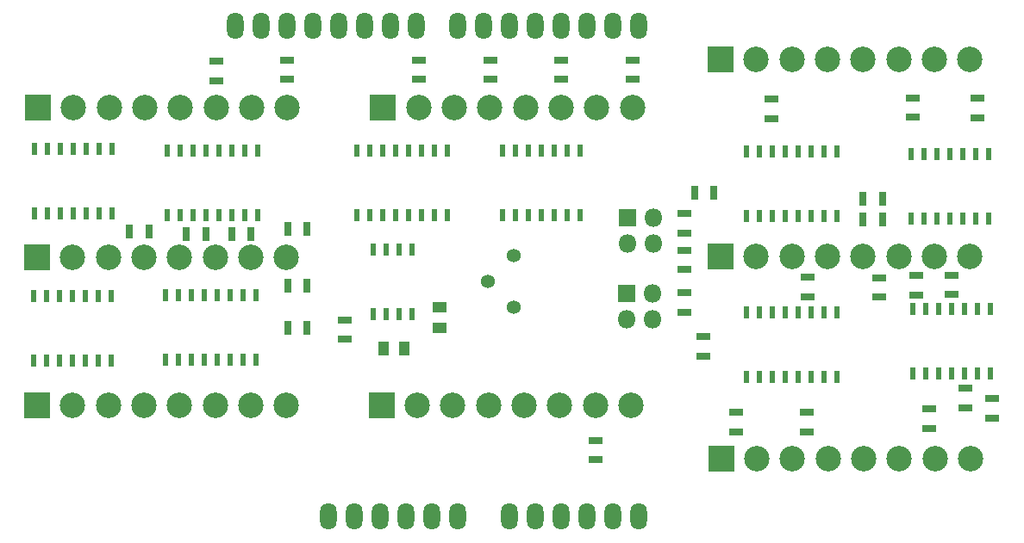
<source format=gbr>
G04 #@! TF.FileFunction,Soldermask,Bot*
%FSLAX46Y46*%
G04 Gerber Fmt 4.6, Leading zero omitted, Abs format (unit mm)*
G04 Created by KiCad (PCBNEW 4.0.6) date Tue Oct  9 15:10:24 2018*
%MOMM*%
%LPD*%
G01*
G04 APERTURE LIST*
%ADD10C,0.100000*%
%ADD11O,1.625600X2.641600*%
%ADD12C,2.501600*%
%ADD13R,2.501600X2.501600*%
%ADD14R,1.351600X1.101600*%
%ADD15R,1.101600X1.351600*%
%ADD16R,1.801600X1.801600*%
%ADD17O,1.801600X1.801600*%
%ADD18R,1.401600X0.801600*%
%ADD19R,0.801600X1.401600*%
%ADD20C,1.361600*%
%ADD21R,0.609600X1.244600*%
G04 APERTURE END LIST*
D10*
D11*
X163830000Y-125560000D03*
X161290000Y-125560000D03*
X158750000Y-125560000D03*
X151130000Y-125560000D03*
X153670000Y-125560000D03*
X156210000Y-125560000D03*
X146050000Y-125560000D03*
X143510000Y-125560000D03*
X140970000Y-125560000D03*
X135890000Y-125560000D03*
X133350000Y-125560000D03*
X163830000Y-77300000D03*
X161290000Y-77300000D03*
X158750000Y-77300000D03*
X156210000Y-77300000D03*
X153670000Y-77300000D03*
X151130000Y-77300000D03*
X148590000Y-77300000D03*
X146050000Y-77300000D03*
X141986000Y-77300000D03*
X139446000Y-77300000D03*
X136906000Y-77300000D03*
X134366000Y-77300000D03*
X131826000Y-77300000D03*
X129286000Y-77300000D03*
X126746000Y-77300000D03*
X124206000Y-77300000D03*
X138430000Y-125560000D03*
D12*
X145540000Y-114600000D03*
X142040000Y-114600000D03*
X149040000Y-114600000D03*
X152540000Y-114600000D03*
X156040000Y-114600000D03*
X159540000Y-114600000D03*
D13*
X138540000Y-114600000D03*
D12*
X163040000Y-114600000D03*
X178890000Y-119860000D03*
X175390000Y-119860000D03*
X182390000Y-119860000D03*
X185890000Y-119860000D03*
X189390000Y-119860000D03*
X192890000Y-119860000D03*
D13*
X171890000Y-119860000D03*
D12*
X196390000Y-119860000D03*
X145670000Y-85310000D03*
X142170000Y-85310000D03*
X149170000Y-85310000D03*
X152670000Y-85310000D03*
X156170000Y-85310000D03*
X159670000Y-85310000D03*
D13*
X138670000Y-85310000D03*
D12*
X163170000Y-85310000D03*
X111800000Y-85310000D03*
X108300000Y-85310000D03*
X115300000Y-85310000D03*
X118800000Y-85310000D03*
X122300000Y-85310000D03*
X125800000Y-85310000D03*
D13*
X104800000Y-85310000D03*
D12*
X129300000Y-85310000D03*
X178840000Y-80540000D03*
X175340000Y-80540000D03*
X182340000Y-80540000D03*
X185840000Y-80540000D03*
X189340000Y-80540000D03*
X192840000Y-80540000D03*
D13*
X171840000Y-80540000D03*
D12*
X196340000Y-80540000D03*
X111710000Y-100060000D03*
X108210000Y-100060000D03*
X115210000Y-100060000D03*
X118710000Y-100060000D03*
X122210000Y-100060000D03*
X125710000Y-100060000D03*
D13*
X104710000Y-100060000D03*
D12*
X129210000Y-100060000D03*
X111710000Y-114640000D03*
X108210000Y-114640000D03*
X115210000Y-114640000D03*
X118710000Y-114640000D03*
X122210000Y-114640000D03*
X125710000Y-114640000D03*
D13*
X104710000Y-114640000D03*
D12*
X129210000Y-114640000D03*
X178840000Y-99920000D03*
X175340000Y-99920000D03*
X182340000Y-99920000D03*
X185840000Y-99920000D03*
X189340000Y-99920000D03*
X192840000Y-99920000D03*
D13*
X171840000Y-99920000D03*
D12*
X196340000Y-99920000D03*
D14*
X144240000Y-104990000D03*
X144240000Y-106990000D03*
D15*
X138770000Y-109010000D03*
X140770000Y-109010000D03*
D16*
X162620000Y-103560000D03*
D17*
X165160000Y-103560000D03*
X162620000Y-106100000D03*
X165160000Y-106100000D03*
D16*
X162700000Y-96160000D03*
D17*
X165240000Y-96160000D03*
X162700000Y-98700000D03*
X165240000Y-98700000D03*
D18*
X134900000Y-106210000D03*
X134900000Y-108110000D03*
X173380000Y-115290000D03*
X173380000Y-117190000D03*
X180350000Y-115290000D03*
X180350000Y-117190000D03*
X194550000Y-101820000D03*
X194550000Y-103720000D03*
X191040000Y-101830000D03*
X191040000Y-103730000D03*
X192320000Y-116860000D03*
X192320000Y-114960000D03*
X168250000Y-105440000D03*
X168250000Y-103540000D03*
X195870000Y-114850000D03*
X195870000Y-112950000D03*
X159550000Y-119960000D03*
X159550000Y-118060000D03*
D19*
X187740000Y-94260000D03*
X185840000Y-94260000D03*
X169270000Y-93700000D03*
X171170000Y-93700000D03*
D18*
X168270000Y-95750000D03*
X168270000Y-97650000D03*
X168250000Y-101250000D03*
X168250000Y-99350000D03*
X170160000Y-109760000D03*
X170160000Y-107860000D03*
X180390000Y-103920000D03*
X180390000Y-102020000D03*
X187430000Y-103980000D03*
X187430000Y-102080000D03*
X198530000Y-115860000D03*
X198530000Y-113960000D03*
D19*
X129340000Y-97220000D03*
X131240000Y-97220000D03*
D18*
X176850000Y-84500000D03*
X176850000Y-86400000D03*
X142180000Y-82520000D03*
X142180000Y-80620000D03*
D19*
X129340000Y-106950000D03*
X131240000Y-106950000D03*
X123810000Y-97720000D03*
X125710000Y-97720000D03*
X185840000Y-96350000D03*
X187740000Y-96350000D03*
D18*
X149220000Y-82520000D03*
X149220000Y-80620000D03*
D19*
X129340000Y-102870000D03*
X131240000Y-102870000D03*
X115680000Y-97500000D03*
X113780000Y-97500000D03*
D18*
X190710000Y-86250000D03*
X190710000Y-84350000D03*
X156170000Y-82520000D03*
X156170000Y-80620000D03*
X122290000Y-82670000D03*
X122290000Y-80770000D03*
D19*
X121280000Y-97760000D03*
X119380000Y-97760000D03*
D18*
X197090000Y-84390000D03*
X197090000Y-86290000D03*
X163170000Y-82520000D03*
X163170000Y-80620000D03*
X129260000Y-82560000D03*
X129260000Y-80660000D03*
D20*
X151500000Y-99850000D03*
X148960000Y-102390000D03*
X151500000Y-104930000D03*
D21*
X145025000Y-89555000D03*
X142485000Y-89555000D03*
X141215000Y-89555000D03*
X139945000Y-89555000D03*
X138675000Y-89555000D03*
X137405000Y-89555000D03*
X136135000Y-89555000D03*
X136135000Y-95905000D03*
X137405000Y-95905000D03*
X138675000Y-95905000D03*
X139945000Y-95905000D03*
X141215000Y-95905000D03*
X142485000Y-95905000D03*
X143755000Y-95905000D03*
X145025000Y-95905000D03*
X143755000Y-89555000D03*
X137745000Y-105645000D03*
X139015000Y-105645000D03*
X140285000Y-105645000D03*
X141555000Y-105645000D03*
X141555000Y-99295000D03*
X140285000Y-99295000D03*
X139015000Y-99295000D03*
X137745000Y-99295000D03*
X183275000Y-105445000D03*
X180735000Y-105445000D03*
X179465000Y-105445000D03*
X178195000Y-105445000D03*
X176925000Y-105445000D03*
X175655000Y-105445000D03*
X174385000Y-105445000D03*
X174385000Y-111795000D03*
X175655000Y-111795000D03*
X176925000Y-111795000D03*
X178195000Y-111795000D03*
X179465000Y-111795000D03*
X180735000Y-111795000D03*
X182005000Y-111795000D03*
X183275000Y-111795000D03*
X182005000Y-105445000D03*
X183235000Y-89635000D03*
X180695000Y-89635000D03*
X179425000Y-89635000D03*
X178155000Y-89635000D03*
X176885000Y-89635000D03*
X175615000Y-89635000D03*
X174345000Y-89635000D03*
X174345000Y-95985000D03*
X175615000Y-95985000D03*
X176885000Y-95985000D03*
X178155000Y-95985000D03*
X179425000Y-95985000D03*
X180695000Y-95985000D03*
X181965000Y-95985000D03*
X183235000Y-95985000D03*
X181965000Y-89635000D03*
X126355000Y-89515000D03*
X123815000Y-89515000D03*
X122545000Y-89515000D03*
X121275000Y-89515000D03*
X120005000Y-89515000D03*
X118735000Y-89515000D03*
X117465000Y-89515000D03*
X117465000Y-95865000D03*
X118735000Y-95865000D03*
X120005000Y-95865000D03*
X121275000Y-95865000D03*
X122545000Y-95865000D03*
X123815000Y-95865000D03*
X125085000Y-95865000D03*
X126355000Y-95865000D03*
X125085000Y-89515000D03*
X126195000Y-103805000D03*
X123655000Y-103805000D03*
X122385000Y-103805000D03*
X121115000Y-103805000D03*
X119845000Y-103805000D03*
X118575000Y-103805000D03*
X117305000Y-103805000D03*
X117305000Y-110155000D03*
X118575000Y-110155000D03*
X119845000Y-110155000D03*
X121115000Y-110155000D03*
X122385000Y-110155000D03*
X123655000Y-110155000D03*
X124925000Y-110155000D03*
X126195000Y-110155000D03*
X124925000Y-103805000D03*
X198170000Y-96272000D03*
X196900000Y-96272000D03*
X195630000Y-96272000D03*
X194360000Y-96272000D03*
X193090000Y-96272000D03*
X191820000Y-96272000D03*
X190550000Y-96272000D03*
X190550000Y-89922000D03*
X191820000Y-89922000D03*
X194360000Y-89922000D03*
X195630000Y-89922000D03*
X196900000Y-89922000D03*
X198170000Y-89922000D03*
X193090000Y-89922000D03*
X198370000Y-111502000D03*
X197100000Y-111502000D03*
X195830000Y-111502000D03*
X194560000Y-111502000D03*
X193290000Y-111502000D03*
X192020000Y-111502000D03*
X190750000Y-111502000D03*
X190750000Y-105152000D03*
X192020000Y-105152000D03*
X194560000Y-105152000D03*
X195830000Y-105152000D03*
X197100000Y-105152000D03*
X198370000Y-105152000D03*
X193290000Y-105152000D03*
X158050000Y-95882000D03*
X156780000Y-95882000D03*
X155510000Y-95882000D03*
X154240000Y-95882000D03*
X152970000Y-95882000D03*
X151700000Y-95882000D03*
X150430000Y-95882000D03*
X150430000Y-89532000D03*
X151700000Y-89532000D03*
X154240000Y-89532000D03*
X155510000Y-89532000D03*
X156780000Y-89532000D03*
X158050000Y-89532000D03*
X152970000Y-89532000D03*
X112110000Y-95692000D03*
X110840000Y-95692000D03*
X109570000Y-95692000D03*
X108300000Y-95692000D03*
X107030000Y-95692000D03*
X105760000Y-95692000D03*
X104490000Y-95692000D03*
X104490000Y-89342000D03*
X105760000Y-89342000D03*
X108300000Y-89342000D03*
X109570000Y-89342000D03*
X110840000Y-89342000D03*
X112110000Y-89342000D03*
X107030000Y-89342000D03*
X112000000Y-110242000D03*
X110730000Y-110242000D03*
X109460000Y-110242000D03*
X108190000Y-110242000D03*
X106920000Y-110242000D03*
X105650000Y-110242000D03*
X104380000Y-110242000D03*
X104380000Y-103892000D03*
X105650000Y-103892000D03*
X108190000Y-103892000D03*
X109460000Y-103892000D03*
X110730000Y-103892000D03*
X112000000Y-103892000D03*
X106920000Y-103892000D03*
M02*

</source>
